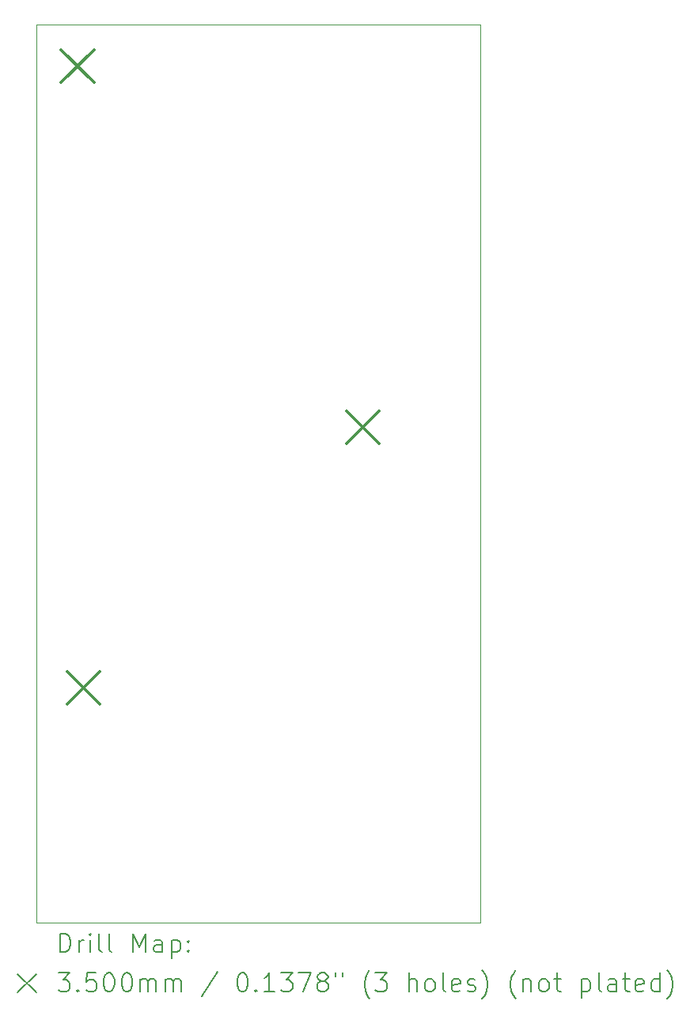
<source format=gbr>
%FSLAX45Y45*%
G04 Gerber Fmt 4.5, Leading zero omitted, Abs format (unit mm)*
G04 Created by KiCad (PCBNEW 6.0.2+dfsg-1~bpo11+1) date 2022-05-04 11:37:20*
%MOMM*%
%LPD*%
G01*
G04 APERTURE LIST*
%TA.AperFunction,Profile*%
%ADD10C,0.100000*%
%TD*%
%ADD11C,0.200000*%
%ADD12C,0.350000*%
G04 APERTURE END LIST*
D10*
X15950000Y-3900000D02*
X15950000Y-13500000D01*
X11200000Y-13500000D02*
X11200000Y-3900000D01*
X15950000Y-13500000D02*
X11200000Y-13500000D01*
X11200000Y-3900000D02*
X15950000Y-3900000D01*
D11*
D12*
X11465000Y-4165000D02*
X11815000Y-4515000D01*
X11815000Y-4165000D02*
X11465000Y-4515000D01*
X11525000Y-10815000D02*
X11875000Y-11165000D01*
X11875000Y-10815000D02*
X11525000Y-11165000D01*
X14515000Y-8025000D02*
X14865000Y-8375000D01*
X14865000Y-8025000D02*
X14515000Y-8375000D01*
D11*
X11452619Y-13815476D02*
X11452619Y-13615476D01*
X11500238Y-13615476D01*
X11528809Y-13625000D01*
X11547857Y-13644048D01*
X11557381Y-13663095D01*
X11566905Y-13701190D01*
X11566905Y-13729762D01*
X11557381Y-13767857D01*
X11547857Y-13786905D01*
X11528809Y-13805952D01*
X11500238Y-13815476D01*
X11452619Y-13815476D01*
X11652619Y-13815476D02*
X11652619Y-13682143D01*
X11652619Y-13720238D02*
X11662143Y-13701190D01*
X11671667Y-13691667D01*
X11690714Y-13682143D01*
X11709762Y-13682143D01*
X11776428Y-13815476D02*
X11776428Y-13682143D01*
X11776428Y-13615476D02*
X11766905Y-13625000D01*
X11776428Y-13634524D01*
X11785952Y-13625000D01*
X11776428Y-13615476D01*
X11776428Y-13634524D01*
X11900238Y-13815476D02*
X11881190Y-13805952D01*
X11871667Y-13786905D01*
X11871667Y-13615476D01*
X12005000Y-13815476D02*
X11985952Y-13805952D01*
X11976428Y-13786905D01*
X11976428Y-13615476D01*
X12233571Y-13815476D02*
X12233571Y-13615476D01*
X12300238Y-13758333D01*
X12366905Y-13615476D01*
X12366905Y-13815476D01*
X12547857Y-13815476D02*
X12547857Y-13710714D01*
X12538333Y-13691667D01*
X12519286Y-13682143D01*
X12481190Y-13682143D01*
X12462143Y-13691667D01*
X12547857Y-13805952D02*
X12528809Y-13815476D01*
X12481190Y-13815476D01*
X12462143Y-13805952D01*
X12452619Y-13786905D01*
X12452619Y-13767857D01*
X12462143Y-13748809D01*
X12481190Y-13739286D01*
X12528809Y-13739286D01*
X12547857Y-13729762D01*
X12643095Y-13682143D02*
X12643095Y-13882143D01*
X12643095Y-13691667D02*
X12662143Y-13682143D01*
X12700238Y-13682143D01*
X12719286Y-13691667D01*
X12728809Y-13701190D01*
X12738333Y-13720238D01*
X12738333Y-13777381D01*
X12728809Y-13796428D01*
X12719286Y-13805952D01*
X12700238Y-13815476D01*
X12662143Y-13815476D01*
X12643095Y-13805952D01*
X12824048Y-13796428D02*
X12833571Y-13805952D01*
X12824048Y-13815476D01*
X12814524Y-13805952D01*
X12824048Y-13796428D01*
X12824048Y-13815476D01*
X12824048Y-13691667D02*
X12833571Y-13701190D01*
X12824048Y-13710714D01*
X12814524Y-13701190D01*
X12824048Y-13691667D01*
X12824048Y-13710714D01*
X10995000Y-14045000D02*
X11195000Y-14245000D01*
X11195000Y-14045000D02*
X10995000Y-14245000D01*
X11433571Y-14035476D02*
X11557381Y-14035476D01*
X11490714Y-14111667D01*
X11519286Y-14111667D01*
X11538333Y-14121190D01*
X11547857Y-14130714D01*
X11557381Y-14149762D01*
X11557381Y-14197381D01*
X11547857Y-14216428D01*
X11538333Y-14225952D01*
X11519286Y-14235476D01*
X11462143Y-14235476D01*
X11443095Y-14225952D01*
X11433571Y-14216428D01*
X11643095Y-14216428D02*
X11652619Y-14225952D01*
X11643095Y-14235476D01*
X11633571Y-14225952D01*
X11643095Y-14216428D01*
X11643095Y-14235476D01*
X11833571Y-14035476D02*
X11738333Y-14035476D01*
X11728809Y-14130714D01*
X11738333Y-14121190D01*
X11757381Y-14111667D01*
X11805000Y-14111667D01*
X11824048Y-14121190D01*
X11833571Y-14130714D01*
X11843095Y-14149762D01*
X11843095Y-14197381D01*
X11833571Y-14216428D01*
X11824048Y-14225952D01*
X11805000Y-14235476D01*
X11757381Y-14235476D01*
X11738333Y-14225952D01*
X11728809Y-14216428D01*
X11966905Y-14035476D02*
X11985952Y-14035476D01*
X12005000Y-14045000D01*
X12014524Y-14054524D01*
X12024048Y-14073571D01*
X12033571Y-14111667D01*
X12033571Y-14159286D01*
X12024048Y-14197381D01*
X12014524Y-14216428D01*
X12005000Y-14225952D01*
X11985952Y-14235476D01*
X11966905Y-14235476D01*
X11947857Y-14225952D01*
X11938333Y-14216428D01*
X11928809Y-14197381D01*
X11919286Y-14159286D01*
X11919286Y-14111667D01*
X11928809Y-14073571D01*
X11938333Y-14054524D01*
X11947857Y-14045000D01*
X11966905Y-14035476D01*
X12157381Y-14035476D02*
X12176428Y-14035476D01*
X12195476Y-14045000D01*
X12205000Y-14054524D01*
X12214524Y-14073571D01*
X12224048Y-14111667D01*
X12224048Y-14159286D01*
X12214524Y-14197381D01*
X12205000Y-14216428D01*
X12195476Y-14225952D01*
X12176428Y-14235476D01*
X12157381Y-14235476D01*
X12138333Y-14225952D01*
X12128809Y-14216428D01*
X12119286Y-14197381D01*
X12109762Y-14159286D01*
X12109762Y-14111667D01*
X12119286Y-14073571D01*
X12128809Y-14054524D01*
X12138333Y-14045000D01*
X12157381Y-14035476D01*
X12309762Y-14235476D02*
X12309762Y-14102143D01*
X12309762Y-14121190D02*
X12319286Y-14111667D01*
X12338333Y-14102143D01*
X12366905Y-14102143D01*
X12385952Y-14111667D01*
X12395476Y-14130714D01*
X12395476Y-14235476D01*
X12395476Y-14130714D02*
X12405000Y-14111667D01*
X12424048Y-14102143D01*
X12452619Y-14102143D01*
X12471667Y-14111667D01*
X12481190Y-14130714D01*
X12481190Y-14235476D01*
X12576428Y-14235476D02*
X12576428Y-14102143D01*
X12576428Y-14121190D02*
X12585952Y-14111667D01*
X12605000Y-14102143D01*
X12633571Y-14102143D01*
X12652619Y-14111667D01*
X12662143Y-14130714D01*
X12662143Y-14235476D01*
X12662143Y-14130714D02*
X12671667Y-14111667D01*
X12690714Y-14102143D01*
X12719286Y-14102143D01*
X12738333Y-14111667D01*
X12747857Y-14130714D01*
X12747857Y-14235476D01*
X13138333Y-14025952D02*
X12966905Y-14283095D01*
X13395476Y-14035476D02*
X13414524Y-14035476D01*
X13433571Y-14045000D01*
X13443095Y-14054524D01*
X13452619Y-14073571D01*
X13462143Y-14111667D01*
X13462143Y-14159286D01*
X13452619Y-14197381D01*
X13443095Y-14216428D01*
X13433571Y-14225952D01*
X13414524Y-14235476D01*
X13395476Y-14235476D01*
X13376428Y-14225952D01*
X13366905Y-14216428D01*
X13357381Y-14197381D01*
X13347857Y-14159286D01*
X13347857Y-14111667D01*
X13357381Y-14073571D01*
X13366905Y-14054524D01*
X13376428Y-14045000D01*
X13395476Y-14035476D01*
X13547857Y-14216428D02*
X13557381Y-14225952D01*
X13547857Y-14235476D01*
X13538333Y-14225952D01*
X13547857Y-14216428D01*
X13547857Y-14235476D01*
X13747857Y-14235476D02*
X13633571Y-14235476D01*
X13690714Y-14235476D02*
X13690714Y-14035476D01*
X13671667Y-14064048D01*
X13652619Y-14083095D01*
X13633571Y-14092619D01*
X13814524Y-14035476D02*
X13938333Y-14035476D01*
X13871667Y-14111667D01*
X13900238Y-14111667D01*
X13919286Y-14121190D01*
X13928809Y-14130714D01*
X13938333Y-14149762D01*
X13938333Y-14197381D01*
X13928809Y-14216428D01*
X13919286Y-14225952D01*
X13900238Y-14235476D01*
X13843095Y-14235476D01*
X13824048Y-14225952D01*
X13814524Y-14216428D01*
X14005000Y-14035476D02*
X14138333Y-14035476D01*
X14052619Y-14235476D01*
X14243095Y-14121190D02*
X14224048Y-14111667D01*
X14214524Y-14102143D01*
X14205000Y-14083095D01*
X14205000Y-14073571D01*
X14214524Y-14054524D01*
X14224048Y-14045000D01*
X14243095Y-14035476D01*
X14281190Y-14035476D01*
X14300238Y-14045000D01*
X14309762Y-14054524D01*
X14319286Y-14073571D01*
X14319286Y-14083095D01*
X14309762Y-14102143D01*
X14300238Y-14111667D01*
X14281190Y-14121190D01*
X14243095Y-14121190D01*
X14224048Y-14130714D01*
X14214524Y-14140238D01*
X14205000Y-14159286D01*
X14205000Y-14197381D01*
X14214524Y-14216428D01*
X14224048Y-14225952D01*
X14243095Y-14235476D01*
X14281190Y-14235476D01*
X14300238Y-14225952D01*
X14309762Y-14216428D01*
X14319286Y-14197381D01*
X14319286Y-14159286D01*
X14309762Y-14140238D01*
X14300238Y-14130714D01*
X14281190Y-14121190D01*
X14395476Y-14035476D02*
X14395476Y-14073571D01*
X14471667Y-14035476D02*
X14471667Y-14073571D01*
X14766905Y-14311667D02*
X14757381Y-14302143D01*
X14738333Y-14273571D01*
X14728809Y-14254524D01*
X14719286Y-14225952D01*
X14709762Y-14178333D01*
X14709762Y-14140238D01*
X14719286Y-14092619D01*
X14728809Y-14064048D01*
X14738333Y-14045000D01*
X14757381Y-14016428D01*
X14766905Y-14006905D01*
X14824048Y-14035476D02*
X14947857Y-14035476D01*
X14881190Y-14111667D01*
X14909762Y-14111667D01*
X14928809Y-14121190D01*
X14938333Y-14130714D01*
X14947857Y-14149762D01*
X14947857Y-14197381D01*
X14938333Y-14216428D01*
X14928809Y-14225952D01*
X14909762Y-14235476D01*
X14852619Y-14235476D01*
X14833571Y-14225952D01*
X14824048Y-14216428D01*
X15185952Y-14235476D02*
X15185952Y-14035476D01*
X15271667Y-14235476D02*
X15271667Y-14130714D01*
X15262143Y-14111667D01*
X15243095Y-14102143D01*
X15214524Y-14102143D01*
X15195476Y-14111667D01*
X15185952Y-14121190D01*
X15395476Y-14235476D02*
X15376428Y-14225952D01*
X15366905Y-14216428D01*
X15357381Y-14197381D01*
X15357381Y-14140238D01*
X15366905Y-14121190D01*
X15376428Y-14111667D01*
X15395476Y-14102143D01*
X15424048Y-14102143D01*
X15443095Y-14111667D01*
X15452619Y-14121190D01*
X15462143Y-14140238D01*
X15462143Y-14197381D01*
X15452619Y-14216428D01*
X15443095Y-14225952D01*
X15424048Y-14235476D01*
X15395476Y-14235476D01*
X15576428Y-14235476D02*
X15557381Y-14225952D01*
X15547857Y-14206905D01*
X15547857Y-14035476D01*
X15728809Y-14225952D02*
X15709762Y-14235476D01*
X15671667Y-14235476D01*
X15652619Y-14225952D01*
X15643095Y-14206905D01*
X15643095Y-14130714D01*
X15652619Y-14111667D01*
X15671667Y-14102143D01*
X15709762Y-14102143D01*
X15728809Y-14111667D01*
X15738333Y-14130714D01*
X15738333Y-14149762D01*
X15643095Y-14168809D01*
X15814524Y-14225952D02*
X15833571Y-14235476D01*
X15871667Y-14235476D01*
X15890714Y-14225952D01*
X15900238Y-14206905D01*
X15900238Y-14197381D01*
X15890714Y-14178333D01*
X15871667Y-14168809D01*
X15843095Y-14168809D01*
X15824048Y-14159286D01*
X15814524Y-14140238D01*
X15814524Y-14130714D01*
X15824048Y-14111667D01*
X15843095Y-14102143D01*
X15871667Y-14102143D01*
X15890714Y-14111667D01*
X15966905Y-14311667D02*
X15976428Y-14302143D01*
X15995476Y-14273571D01*
X16005000Y-14254524D01*
X16014524Y-14225952D01*
X16024048Y-14178333D01*
X16024048Y-14140238D01*
X16014524Y-14092619D01*
X16005000Y-14064048D01*
X15995476Y-14045000D01*
X15976428Y-14016428D01*
X15966905Y-14006905D01*
X16328809Y-14311667D02*
X16319286Y-14302143D01*
X16300238Y-14273571D01*
X16290714Y-14254524D01*
X16281190Y-14225952D01*
X16271667Y-14178333D01*
X16271667Y-14140238D01*
X16281190Y-14092619D01*
X16290714Y-14064048D01*
X16300238Y-14045000D01*
X16319286Y-14016428D01*
X16328809Y-14006905D01*
X16405000Y-14102143D02*
X16405000Y-14235476D01*
X16405000Y-14121190D02*
X16414524Y-14111667D01*
X16433571Y-14102143D01*
X16462143Y-14102143D01*
X16481190Y-14111667D01*
X16490714Y-14130714D01*
X16490714Y-14235476D01*
X16614524Y-14235476D02*
X16595476Y-14225952D01*
X16585952Y-14216428D01*
X16576428Y-14197381D01*
X16576428Y-14140238D01*
X16585952Y-14121190D01*
X16595476Y-14111667D01*
X16614524Y-14102143D01*
X16643095Y-14102143D01*
X16662143Y-14111667D01*
X16671667Y-14121190D01*
X16681190Y-14140238D01*
X16681190Y-14197381D01*
X16671667Y-14216428D01*
X16662143Y-14225952D01*
X16643095Y-14235476D01*
X16614524Y-14235476D01*
X16738333Y-14102143D02*
X16814524Y-14102143D01*
X16766905Y-14035476D02*
X16766905Y-14206905D01*
X16776428Y-14225952D01*
X16795476Y-14235476D01*
X16814524Y-14235476D01*
X17033571Y-14102143D02*
X17033571Y-14302143D01*
X17033571Y-14111667D02*
X17052619Y-14102143D01*
X17090714Y-14102143D01*
X17109762Y-14111667D01*
X17119286Y-14121190D01*
X17128810Y-14140238D01*
X17128810Y-14197381D01*
X17119286Y-14216428D01*
X17109762Y-14225952D01*
X17090714Y-14235476D01*
X17052619Y-14235476D01*
X17033571Y-14225952D01*
X17243095Y-14235476D02*
X17224048Y-14225952D01*
X17214524Y-14206905D01*
X17214524Y-14035476D01*
X17405000Y-14235476D02*
X17405000Y-14130714D01*
X17395476Y-14111667D01*
X17376429Y-14102143D01*
X17338333Y-14102143D01*
X17319286Y-14111667D01*
X17405000Y-14225952D02*
X17385952Y-14235476D01*
X17338333Y-14235476D01*
X17319286Y-14225952D01*
X17309762Y-14206905D01*
X17309762Y-14187857D01*
X17319286Y-14168809D01*
X17338333Y-14159286D01*
X17385952Y-14159286D01*
X17405000Y-14149762D01*
X17471667Y-14102143D02*
X17547857Y-14102143D01*
X17500238Y-14035476D02*
X17500238Y-14206905D01*
X17509762Y-14225952D01*
X17528810Y-14235476D01*
X17547857Y-14235476D01*
X17690714Y-14225952D02*
X17671667Y-14235476D01*
X17633571Y-14235476D01*
X17614524Y-14225952D01*
X17605000Y-14206905D01*
X17605000Y-14130714D01*
X17614524Y-14111667D01*
X17633571Y-14102143D01*
X17671667Y-14102143D01*
X17690714Y-14111667D01*
X17700238Y-14130714D01*
X17700238Y-14149762D01*
X17605000Y-14168809D01*
X17871667Y-14235476D02*
X17871667Y-14035476D01*
X17871667Y-14225952D02*
X17852619Y-14235476D01*
X17814524Y-14235476D01*
X17795476Y-14225952D01*
X17785952Y-14216428D01*
X17776429Y-14197381D01*
X17776429Y-14140238D01*
X17785952Y-14121190D01*
X17795476Y-14111667D01*
X17814524Y-14102143D01*
X17852619Y-14102143D01*
X17871667Y-14111667D01*
X17947857Y-14311667D02*
X17957381Y-14302143D01*
X17976429Y-14273571D01*
X17985952Y-14254524D01*
X17995476Y-14225952D01*
X18005000Y-14178333D01*
X18005000Y-14140238D01*
X17995476Y-14092619D01*
X17985952Y-14064048D01*
X17976429Y-14045000D01*
X17957381Y-14016428D01*
X17947857Y-14006905D01*
M02*

</source>
